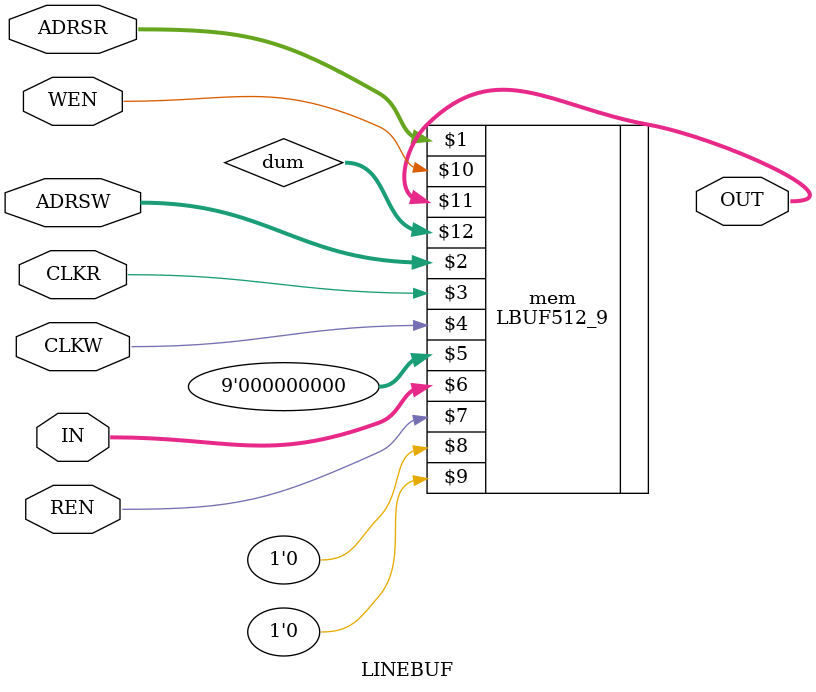
<source format=v>
/**********************************************
   Sprite Engine for "FPGA Gaplus"

				Copyright (c) 2007,2019 MiSTer-X
***********************************************/
module gaplus_sprite
(
	input         VCLKx4,
	input         VCLK,

	input  [8:0]  HPOS,
	input  [8:0]  VPOS,

	input         HB,
	input			  VB,

	output [14:0] SPCH_A,
	input  [15:0] SPCH_D,

	output [6:0]  SPRA_A,
	input  [23:0] SPRA_D,

	output [8:0]  CLUT_A
);

wire wwclk, wrwe, vpr;
wire [5:0]  wrwad;
wire [28:0] wrwd0;
wire [23:0] wrwd1;

wire wrclk, lwe, vpw;
wire [5:0]  wrrad;
wire [28:0] spra0;
wire [23:0] spra1;
wire [8:0]  lwp;
wire [8:0]  lwd;

wire [8:0]	dout;

GAPLUS_SPRITE_REGSCAN scan( VCLKx4, HB, VPOS, SPRA_A, SPRA_D, wwclk, wrwad, wrwd0, wrwd1, wrwe, vpr ); 
GAPLUS_SPRITE_WRAM    wram( wwclk, wrwad, wrwd0, wrwd1, wrwe, wrclk, wrrad, spra0, spra1 );
GAPLUS_SPRITE_REND    rend( VCLK, HB, vpr, spra0, spra1, wrclk, wrrad, SPCH_A, SPCH_D, vpw, lwp, lwd, lwe );
GAPLUS_SPRITE_LBUF    lbuf( VCLK, vpw, lwe, lwp, lwd, HPOS, dout );

assign CLUT_A = dout;

endmodule


//----------------------------------------
//  Scanline Renderer
//----------------------------------------
module GAPLUS_SPRITE_REND
(
	input         VCLK,
	input         HB,
	input         vpr,
	input  [28:0] spra0,
	input  [23:0] spra1,
	output        wrclk,
	output  [5:0] wrrad,
	output [14:0] SPCH_A,
	input  [15:0] SPCH_D,

	output        vpw,
	output  [8:0] wp,
	output  [8:0] wd,
	output        we
);

reg  [7:0] phase;
reg  [5:0] hc;

wire       xf = spra0[16];
wire       yf = spra0[17];

wire       xs = spra0[19];
wire       ys = spra0[21];

wire       dp = spra0[23];

wire [1:0] coffs  = dp ? 0 : { (~spra0[28])^((~yf)&ys), hc[4]^(xf&xs) };

wire [8:0] chipno = { spra0[22], spra0[7:0] } + { 7'h0, coffs };
wire [5:0] paltno = { spra1[5:0] };

wire [3:0] va = spra0[27:24]^{yf,yf,yf,yf};
wire [1:0] pdp = ( hc[1:0]^{xf,xf} );

wire [2:0] pixd = ( pdp == 0 ) ? { chipno[7] ? SPCH_D[11] : SPCH_D[15], SPCH_D[7], SPCH_D[3] } :
						( pdp == 1 ) ? { chipno[7] ? SPCH_D[10] : SPCH_D[14], SPCH_D[6], SPCH_D[2] } :
						( pdp == 2 ) ? { chipno[7] ? SPCH_D[ 9] : SPCH_D[13], SPCH_D[5], SPCH_D[1] } :
											{ chipno[7] ? SPCH_D[ 8] : SPCH_D[12], SPCH_D[4], SPCH_D[0] };

assign		we = xs ? ( hc < 32 ) : ( hc < 16 );
assign		wd = { paltno, pixd };

reg hbedge2;
always @ ( posedge VCLK ) begin
	if ( HB & (~hbedge2) ) begin
		phase <= 0;
		hbedge2 <= 1;
	end
	else begin
		if (~HB) hbedge2 <= 0;
		if (~phase[7]) begin
			case ( phase[1:0] )
				2'h0: begin
					hc    <= 0;
					phase <= phase + 1;
				end
				2'h1: phase <= phase + 1;
				2'h2: if (~we) phase <= phase + 2; else hc <= hc + 1;
				default: begin end
			endcase
		end
	end

end

assign 		wrclk  = VCLK;
assign 		wrrad  = { vpr, phase[6:2] };
assign      SPCH_A = { chipno, va[3], hc[3:2]^{2{xf}}, va[2:0] };

assign      vpw = ~vpr;
assign		wp = ( spra1[16:8] - 88 ) + hc;

endmodule

//----------------------------------------
//  Attribute Register Scanner
//----------------------------------------
module GAPLUS_SPRITE_REGSCAN
(
	input			  VCLKx4,
	input         HB,
	input  [7:0]  VPOS,
	output [6:0]  SPRA_A,
	input [23:0]  SPRA_D,
	output		  wwclk,
	output [5:0]  wrwad,
	output [28:0] wrwd0,
	output [23:0] wrwd1,
	output        wrwe,
	output        vpr
); 

reg [11:0] hcntx4;
reg        hbedge, vpf;

always @ ( posedge VCLKx4 ) begin

	if ( HB & (~hbedge) ) begin
		hcntx4 <= 0;
		vpf <= ~vpf;
		hbedge <= 1;
	end else begin
		if (~HB) hbedge <= 0;
		hcntx4 <= hcntx4 + 1;
	end

end

assign vpr =  vpf;
wire   vpw = ~vpf;

reg [23:0] nspra0;
reg [23:0] nspra1;

reg  [7:0] nvpos;
reg  [5:0] hramad;

reg        wrwe0;

//wire [8:0] nxt = nspra1[16:8] - 87;
wire [7:0] nyt = nspra0[15:8] + 27;

wire       nys = nspra0[21];
wire [7:0] nvt = nvpos + nyt;
wire       nvh = nys ? ( nvt[7:5] == 3'b111 ) : ( nvt[7:4] == 4'b1111 );

wire       son = (~nspra1[17]) & ( nspra0[15:8] != 8'hF0 ) & ( nspra1[16:8] != 9'h00 );

wire [11:0] _hcntx4 = hcntx4 - 32;

wire			wrclr = ( hcntx4 < 32 );
assign 		wwclk = VCLKx4;
assign		wrwd0 = wrclr ? 0 : { nvt[4:0], nspra0 };
assign		wrwd1 = wrclr ? 0 : nspra1;
assign		wrwad = wrclr ? { vpw, hcntx4[4:0] } : { vpw, hramad[4:0] };
assign       wrwe = wrclr ? 1 : wrwe0;

always @ ( posedge VCLKx4 ) begin

	if ( hcntx4 == 0 ) begin
		hramad <= 0;
		nvpos <= VPOS[7:0];
		wrwe0 <= 0;
	end
	else begin
		if ( ( hcntx4 < 544 ) & ( hramad < 32 ) ) begin
			case ( hcntx4[2:0] )
				3'h0: nspra0 <= SPRA_D;
				3'h1: nspra1 <= SPRA_D;
				3'h4: wrwe0  <= nvh & son;
				3'h5: begin
					if ( wrwe0 ) hramad <= hramad + 1;
					wrwe0 <= 0;
				end
				default: begin end
			endcase
		end
	end
end

assign SPRA_A = { _hcntx4[8:3], _hcntx4[0] };

endmodule

//----------------------------------------
//  Work RAM
//----------------------------------------
module GAPLUS_SPRITE_WRAM( CLKw, ADRSw, Dw0, Dw1, we, CLKr, ADRSr, Dr0, Dr1 );

input				CLKw;
input [5:0]		ADRSw;
input	[28:0]	Dw0;
input	[23:0]	Dw1;
input				we;

input				CLKr;
input  [5:0]	ADRSr;
output [28:0]	Dr0;
output [23:0]	Dr1;

BUF64_53 mem (
	{Dw1,Dw0},ADRSr,CLKr,
	ADRSw,CLKw,we,{Dr1,Dr0}
);

endmodule


//----------------------------------------
//  Line Double Buffer
//----------------------------------------
module GAPLUS_SPRITE_LBUF( CLK, SIDE1, WEN, ADRSW, IN, ADRSR, OUT );

input				CLK;
input				SIDE1;
input				WEN;
input		[8:0]	ADRSW;
input		[8:0]	IN;
input		[8:0]	ADRSR;
output	[8:0]	OUT;

wire		[8:0]	OUT0, OUT1;

wire				SIDE0  = ~SIDE1;
wire				OPAQUE = ( IN[2:0] != 0 );

assign			OUT = SIDE1 ? OUT1 : OUT0;

LINEBUF	buf0( CLK, SIDE0 ? 1 : ( WEN & SIDE1 & OPAQUE ), SIDE0 ? ADRSR-1 : ADRSW, SIDE0 ? 0 : IN, CLK, SIDE0, ADRSR, OUT0 );
LINEBUF	buf1( CLK, SIDE1 ? 1 : ( WEN & SIDE0 & OPAQUE ), SIDE1 ? ADRSR-1 : ADRSW, SIDE1 ? 0 : IN, CLK, SIDE1, ADRSR, OUT1 );

endmodule


module LINEBUF( CLKW, WEN, ADRSW, IN, CLKR, REN, ADRSR, OUT );

input				CLKW;
input				WEN;
input		[8:0]	ADRSW;
input		[8:0]	IN;
input				CLKR;
input				REN;
input		[8:0]	ADRSR;
output	[8:0]	OUT;

wire [8:0] dum;

LBUF512_9 mem (
	ADRSR,ADRSW,
	CLKR,CLKW,
	9'h0,IN,
	REN,1'b0,
	1'b0,WEN,
	OUT,dum
);


endmodule


</source>
